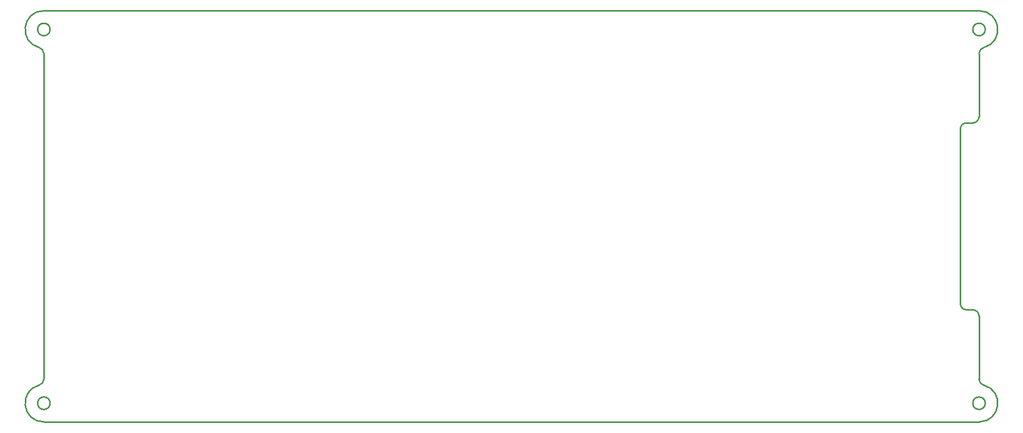
<source format=gbr>
%TF.GenerationSoftware,KiCad,Pcbnew,7.0.1*%
%TF.CreationDate,2024-06-10T08:55:10+03:00*%
%TF.ProjectId,Dash 6.8,44617368-2036-42e3-982e-6b696361645f,rev?*%
%TF.SameCoordinates,Original*%
%TF.FileFunction,Profile,NP*%
%FSLAX46Y46*%
G04 Gerber Fmt 4.6, Leading zero omitted, Abs format (unit mm)*
G04 Created by KiCad (PCBNEW 7.0.1) date 2024-06-10 08:55:10*
%MOMM*%
%LPD*%
G01*
G04 APERTURE LIST*
%TA.AperFunction,Profile*%
%ADD10C,0.250000*%
%TD*%
G04 APERTURE END LIST*
D10*
X226000000Y-143126984D02*
G75*
G03*
X226750000Y-137222279I0J2999984D01*
G01*
X226000000Y-94127017D02*
X226000000Y-84000000D01*
X225999990Y-136254033D02*
G75*
G03*
X226750000Y-137222279I999910J-67D01*
G01*
X224000000Y-95127000D02*
G75*
G03*
X223000000Y-96127017I0J-1000000D01*
G01*
X227000000Y-140127017D02*
G75*
G03*
X227000000Y-140127017I-1000000J0D01*
G01*
X76000000Y-84000000D02*
G75*
G03*
X75250000Y-83031754I-1000000J0D01*
G01*
X226000000Y-77127017D02*
X76000000Y-77127017D01*
X76000000Y-77127024D02*
G75*
G03*
X75250000Y-83031753I0J-2999996D01*
G01*
X226000000Y-136254033D02*
X226000000Y-126127017D01*
X77000000Y-80127017D02*
G75*
G03*
X77000000Y-80127017I-1000000J0D01*
G01*
X76000000Y-84000000D02*
X76000000Y-136254033D01*
X76000000Y-143127017D02*
X226000000Y-143127017D01*
X225000000Y-95127000D02*
G75*
G03*
X226000000Y-94127017I0J1000000D01*
G01*
X227000000Y-80127017D02*
G75*
G03*
X227000000Y-80127017I-1000000J0D01*
G01*
X225000000Y-125127017D02*
X224000000Y-125127017D01*
X226749981Y-83031682D02*
G75*
G03*
X226000000Y-84000000I250119J-968318D01*
G01*
X222999983Y-124127017D02*
G75*
G03*
X224000000Y-125127017I999917J-83D01*
G01*
X224000000Y-95127017D02*
X225000000Y-95127017D01*
X223000000Y-124127017D02*
X223000000Y-96127017D01*
X75249992Y-137222247D02*
G75*
G03*
X76000000Y-143127017I750008J-2904753D01*
G01*
X226749992Y-83031722D02*
G75*
G03*
X226000000Y-77127017I-749992J2904722D01*
G01*
X75249992Y-137222248D02*
G75*
G03*
X76000000Y-136254033I-249992J968248D01*
G01*
X225999983Y-126127017D02*
G75*
G03*
X225000000Y-125127017I-1000083J-83D01*
G01*
X77000000Y-140127017D02*
G75*
G03*
X77000000Y-140127017I-1000000J0D01*
G01*
M02*

</source>
